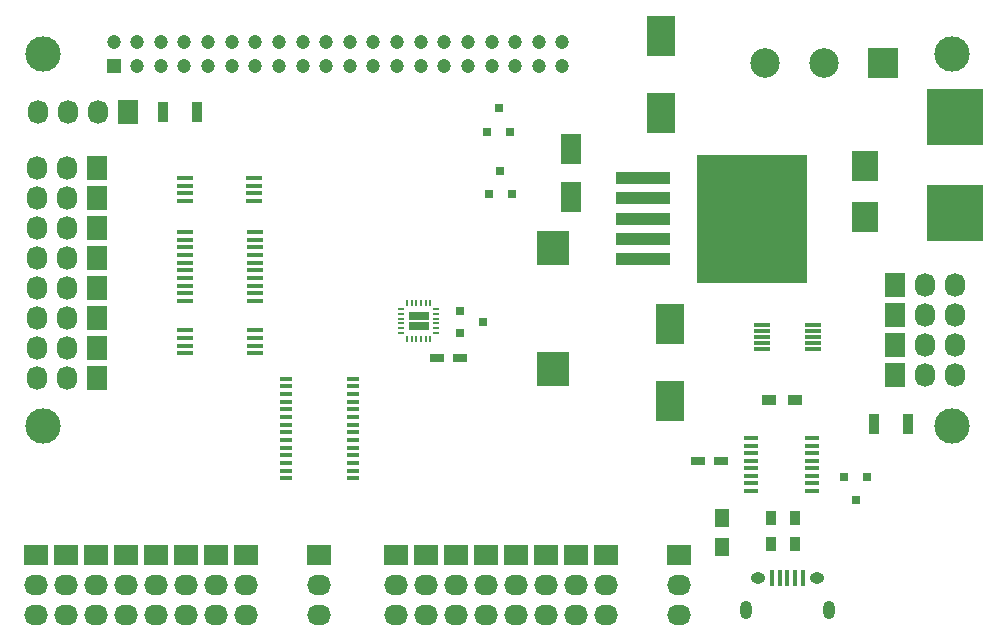
<source format=gts>
G04 #@! TF.FileFunction,Soldermask,Top*
%FSLAX46Y46*%
G04 Gerber Fmt 4.6, Leading zero omitted, Abs format (unit mm)*
G04 Created by KiCad (PCBNEW (2015-11-11 BZR 6310)-product) date Thu 17 Dec 2015 09:11:31 PM CST*
%MOMM*%
G01*
G04 APERTURE LIST*
%ADD10C,0.100000*%
%ADD11C,3.000000*%
%ADD12R,1.727200X2.032000*%
%ADD13O,1.727200X2.032000*%
%ADD14R,0.400000X1.350000*%
%ADD15O,1.250000X0.950000*%
%ADD16O,1.000000X1.550000*%
%ADD17R,0.800100X0.800100*%
%ADD18R,2.032000X1.727200*%
%ADD19O,2.032000X1.727200*%
%ADD20R,4.600000X1.100000*%
%ADD21R,9.400000X10.800000*%
%ADD22R,0.900000X1.200000*%
%ADD23R,2.400300X3.500120*%
%ADD24R,2.799080X2.900680*%
%ADD25R,1.200000X0.400000*%
%ADD26R,1.200000X0.750000*%
%ADD27R,1.450000X0.450000*%
%ADD28R,1.100000X0.400000*%
%ADD29R,1.400000X0.300000*%
%ADD30R,0.550000X0.200000*%
%ADD31R,0.200000X0.550000*%
%ADD32R,0.875000X0.800000*%
%ADD33C,2.500000*%
%ADD34R,2.500000X2.500000*%
%ADD35R,1.200000X0.900000*%
%ADD36R,4.700000X4.700000*%
%ADD37R,1.200000X1.200000*%
%ADD38C,1.200000*%
%ADD39R,0.900000X1.700000*%
%ADD40R,2.301240X2.499360*%
%ADD41R,1.800860X2.499360*%
%ADD42R,1.250000X1.500000*%
G04 APERTURE END LIST*
D10*
D11*
X188100000Y-111500000D03*
X111100000Y-111500000D03*
X188100000Y-80000000D03*
X111100000Y-80000000D03*
D12*
X183300000Y-99520000D03*
D13*
X185840000Y-99520000D03*
X188380000Y-99520000D03*
D12*
X183300000Y-102060000D03*
D13*
X185840000Y-102060000D03*
X188380000Y-102060000D03*
D12*
X183300000Y-104600000D03*
D13*
X185840000Y-104600000D03*
X188380000Y-104600000D03*
D12*
X183300000Y-107140000D03*
D13*
X185840000Y-107140000D03*
X188380000Y-107140000D03*
D12*
X115736000Y-89614000D03*
D13*
X113196000Y-89614000D03*
X110656000Y-89614000D03*
D12*
X115736000Y-92154000D03*
D13*
X113196000Y-92154000D03*
X110656000Y-92154000D03*
D12*
X115736000Y-94694000D03*
D13*
X113196000Y-94694000D03*
X110656000Y-94694000D03*
D12*
X115736000Y-97234000D03*
D13*
X113196000Y-97234000D03*
X110656000Y-97234000D03*
D12*
X115736000Y-99774000D03*
D13*
X113196000Y-99774000D03*
X110656000Y-99774000D03*
D12*
X115736000Y-102314000D03*
D13*
X113196000Y-102314000D03*
X110656000Y-102314000D03*
D12*
X115736000Y-104854000D03*
D13*
X113196000Y-104854000D03*
X110656000Y-104854000D03*
D12*
X115736000Y-107394000D03*
D13*
X113196000Y-107394000D03*
X110656000Y-107394000D03*
D14*
X172855100Y-124373460D03*
X173505100Y-124373460D03*
X174155100Y-124373460D03*
X174805100Y-124373460D03*
X175455100Y-124373460D03*
D15*
X171655100Y-124373460D03*
X176655100Y-124373460D03*
D16*
X170655100Y-127073460D03*
X177655100Y-127073460D03*
D17*
X148896000Y-91888760D03*
X150796000Y-91888760D03*
X149846000Y-89889780D03*
X148746000Y-86578760D03*
X150646000Y-86578760D03*
X149696000Y-84579780D03*
D18*
X110529000Y-122380000D03*
D19*
X110529000Y-124920000D03*
X110529000Y-127460000D03*
D18*
X113069000Y-122380000D03*
D19*
X113069000Y-124920000D03*
X113069000Y-127460000D03*
D18*
X115609000Y-122380000D03*
D19*
X115609000Y-124920000D03*
X115609000Y-127460000D03*
D18*
X118149000Y-122380000D03*
D19*
X118149000Y-124920000D03*
X118149000Y-127460000D03*
D18*
X120689000Y-122380000D03*
D19*
X120689000Y-124920000D03*
X120689000Y-127460000D03*
D18*
X123229000Y-122380000D03*
D19*
X123229000Y-124920000D03*
X123229000Y-127460000D03*
D18*
X125769000Y-122380000D03*
D19*
X125769000Y-124920000D03*
X125769000Y-127460000D03*
D18*
X128309000Y-122380000D03*
D19*
X128309000Y-124920000D03*
X128309000Y-127460000D03*
D18*
X141009000Y-122380000D03*
D19*
X141009000Y-124920000D03*
X141009000Y-127460000D03*
D18*
X143549000Y-122380000D03*
D19*
X143549000Y-124920000D03*
X143549000Y-127460000D03*
D18*
X146089000Y-122380000D03*
D19*
X146089000Y-124920000D03*
X146089000Y-127460000D03*
D18*
X148629000Y-122380000D03*
D19*
X148629000Y-124920000D03*
X148629000Y-127460000D03*
D18*
X151169000Y-122380000D03*
D19*
X151169000Y-124920000D03*
X151169000Y-127460000D03*
D18*
X153709000Y-122380000D03*
D19*
X153709000Y-124920000D03*
X153709000Y-127460000D03*
D18*
X156249000Y-122380000D03*
D19*
X156249000Y-124920000D03*
X156249000Y-127460000D03*
D18*
X158789000Y-122380000D03*
D19*
X158789000Y-124920000D03*
X158789000Y-127460000D03*
D20*
X161964000Y-97332000D03*
X161964000Y-95632000D03*
X161964000Y-92232000D03*
D21*
X171114000Y-93932000D03*
D20*
X161964000Y-93932000D03*
X161964000Y-90532000D03*
D22*
X174834000Y-119248000D03*
X174834000Y-121448000D03*
X172802000Y-119248000D03*
X172802000Y-121448000D03*
D18*
X134532000Y-122380000D03*
D19*
X134532000Y-124920000D03*
X134532000Y-127460000D03*
D18*
X165012000Y-122380000D03*
D19*
X165012000Y-124920000D03*
X165012000Y-127460000D03*
D23*
X163488000Y-84991200D03*
X163488000Y-78488800D03*
X164250000Y-109375200D03*
X164250000Y-102872800D03*
D24*
X154344000Y-96400880D03*
X154344000Y-106703120D03*
D25*
X176248000Y-116982500D03*
X176248000Y-116347500D03*
X176248000Y-115712500D03*
X176248000Y-115077500D03*
X176248000Y-114442500D03*
X176248000Y-113807500D03*
X176248000Y-113172500D03*
X176248000Y-112537500D03*
X171048000Y-112537500D03*
X171048000Y-113172500D03*
X171048000Y-113807500D03*
X171048000Y-114442500D03*
X171048000Y-115077500D03*
X171048000Y-115712500D03*
X171048000Y-116347500D03*
X171048000Y-116982500D03*
D26*
X168510000Y-114440000D03*
X166610000Y-114440000D03*
D27*
X129050000Y-105345000D03*
X129050000Y-104695000D03*
X129050000Y-104045000D03*
X129050000Y-103395000D03*
X123150000Y-103395000D03*
X123150000Y-104045000D03*
X123150000Y-104695000D03*
X123150000Y-105345000D03*
X129020000Y-92455000D03*
X129020000Y-91805000D03*
X129020000Y-91155000D03*
X129020000Y-90505000D03*
X123120000Y-90505000D03*
X123120000Y-91155000D03*
X123120000Y-91805000D03*
X123120000Y-92455000D03*
D26*
X144500000Y-105780000D03*
X146400000Y-105780000D03*
D28*
X131682000Y-107487000D03*
X131682000Y-108137000D03*
X131682000Y-108787000D03*
X131682000Y-109437000D03*
X131682000Y-110087000D03*
X131682000Y-110737000D03*
X131682000Y-111387000D03*
X131682000Y-112037000D03*
X131682000Y-112687000D03*
X131682000Y-113337000D03*
X131682000Y-113987000D03*
X131682000Y-114637000D03*
X131682000Y-115287000D03*
X131682000Y-115937000D03*
X137382000Y-115937000D03*
X137382000Y-115287000D03*
X137382000Y-114637000D03*
X137382000Y-113987000D03*
X137382000Y-113337000D03*
X137382000Y-112687000D03*
X137382000Y-112037000D03*
X137382000Y-111387000D03*
X137382000Y-110737000D03*
X137382000Y-110087000D03*
X137382000Y-109437000D03*
X137382000Y-108787000D03*
X137382000Y-108137000D03*
X137382000Y-107487000D03*
D29*
X176356000Y-104958000D03*
X176356000Y-104458000D03*
X176356000Y-103958000D03*
X176356000Y-103458000D03*
X176356000Y-102958000D03*
X171956000Y-102958000D03*
X171956000Y-103458000D03*
X171956000Y-103958000D03*
X171956000Y-104458000D03*
X171956000Y-104958000D03*
D12*
X118310000Y-84890000D03*
D13*
X115770000Y-84890000D03*
X113230000Y-84890000D03*
X110690000Y-84890000D03*
D27*
X129050000Y-100925000D03*
X129050000Y-100275000D03*
X129050000Y-99625000D03*
X129050000Y-98975000D03*
X129050000Y-98325000D03*
X129050000Y-97675000D03*
X129050000Y-97025000D03*
X129050000Y-96375000D03*
X129050000Y-95725000D03*
X129050000Y-95075000D03*
X123150000Y-95075000D03*
X123150000Y-95725000D03*
X123150000Y-96375000D03*
X123150000Y-97025000D03*
X123150000Y-97675000D03*
X123150000Y-98325000D03*
X123150000Y-98975000D03*
X123150000Y-99625000D03*
X123150000Y-100275000D03*
X123150000Y-100925000D03*
D30*
X141430000Y-101604000D03*
X141430000Y-102004000D03*
X141430000Y-102404000D03*
X141430000Y-102804000D03*
X141430000Y-103204000D03*
X141430000Y-103604000D03*
D31*
X141930000Y-104104000D03*
X142330000Y-104104000D03*
X142730000Y-104104000D03*
X143130000Y-104104000D03*
X143530000Y-104104000D03*
X143930000Y-104104000D03*
D30*
X144430000Y-103604000D03*
X144430000Y-103204000D03*
X144430000Y-102804000D03*
X144430000Y-102404000D03*
X144430000Y-102004000D03*
X144430000Y-101604000D03*
D31*
X143930000Y-101104000D03*
X143530000Y-101104000D03*
X143130000Y-101104000D03*
X142730000Y-101104000D03*
X142330000Y-101104000D03*
X141930000Y-101104000D03*
D32*
X143365000Y-103004000D03*
X143365000Y-102204000D03*
X142495000Y-103004000D03*
X142495000Y-102204000D03*
D33*
X172284000Y-80724000D03*
D34*
X182284000Y-80724000D03*
D33*
X177284000Y-80724000D03*
D35*
X174760000Y-109310000D03*
X172560000Y-109310000D03*
D17*
X180880000Y-115779240D03*
X178980000Y-115779240D03*
X179930000Y-117778220D03*
D36*
X188380000Y-93424000D03*
X188380000Y-85296000D03*
D37*
X117100000Y-81000000D03*
D38*
X117100000Y-79000000D03*
X119100000Y-81000000D03*
X119100000Y-79000000D03*
X121100000Y-81000000D03*
X121100000Y-79000000D03*
X123100000Y-81000000D03*
X123100000Y-79000000D03*
X125100000Y-81000000D03*
X125100000Y-79000000D03*
X127100000Y-81000000D03*
X127100000Y-79000000D03*
X129100000Y-81000000D03*
X129100000Y-79000000D03*
X131100000Y-81000000D03*
X131100000Y-79000000D03*
X133100000Y-81000000D03*
X133100000Y-79000000D03*
X135100000Y-81000000D03*
X135100000Y-79000000D03*
X137100000Y-81000000D03*
X137100000Y-79000000D03*
X139100000Y-81000000D03*
X139100000Y-79000000D03*
X141100000Y-81000000D03*
X141100000Y-79000000D03*
X143100000Y-81000000D03*
X143100000Y-79000000D03*
X145100000Y-81000000D03*
X145100000Y-79000000D03*
X147100000Y-81000000D03*
X147100000Y-79000000D03*
X149100000Y-81000000D03*
X149100000Y-79000000D03*
X151100000Y-81000000D03*
X151100000Y-79000000D03*
X153100000Y-81000000D03*
X153100000Y-79000000D03*
X155100000Y-81000000D03*
X155100000Y-79000000D03*
D39*
X121260000Y-84900000D03*
X124160000Y-84900000D03*
D17*
X146402240Y-101737000D03*
X146402240Y-103637000D03*
X148401220Y-102687000D03*
D40*
X180760000Y-89497160D03*
X180760000Y-93794840D03*
D41*
X155850000Y-92078980D03*
X155850000Y-88081020D03*
D42*
X168620000Y-119260000D03*
X168620000Y-121760000D03*
D39*
X184350000Y-111310000D03*
X181450000Y-111310000D03*
M02*

</source>
